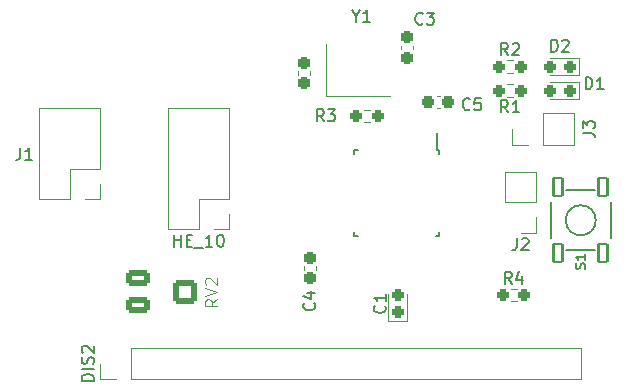
<source format=gto>
G04 #@! TF.GenerationSoftware,KiCad,Pcbnew,7.0.7*
G04 #@! TF.CreationDate,2023-10-10T15:44:46+02:00*
G04 #@! TF.ProjectId,EcranLCD_Schema_V1.2,45637261-6e4c-4434-945f-536368656d61,rev?*
G04 #@! TF.SameCoordinates,Original*
G04 #@! TF.FileFunction,Legend,Top*
G04 #@! TF.FilePolarity,Positive*
%FSLAX46Y46*%
G04 Gerber Fmt 4.6, Leading zero omitted, Abs format (unit mm)*
G04 Created by KiCad (PCBNEW 7.0.7) date 2023-10-10 15:44:46*
%MOMM*%
%LPD*%
G01*
G04 APERTURE LIST*
G04 Aperture macros list*
%AMRoundRect*
0 Rectangle with rounded corners*
0 $1 Rounding radius*
0 $2 $3 $4 $5 $6 $7 $8 $9 X,Y pos of 4 corners*
0 Add a 4 corners polygon primitive as box body*
4,1,4,$2,$3,$4,$5,$6,$7,$8,$9,$2,$3,0*
0 Add four circle primitives for the rounded corners*
1,1,$1+$1,$2,$3*
1,1,$1+$1,$4,$5*
1,1,$1+$1,$6,$7*
1,1,$1+$1,$8,$9*
0 Add four rect primitives between the rounded corners*
20,1,$1+$1,$2,$3,$4,$5,0*
20,1,$1+$1,$4,$5,$6,$7,0*
20,1,$1+$1,$6,$7,$8,$9,0*
20,1,$1+$1,$8,$9,$2,$3,0*%
G04 Aperture macros list end*
%ADD10C,0.150000*%
%ADD11C,0.100000*%
%ADD12C,0.127000*%
%ADD13C,0.120000*%
%ADD14C,0.203200*%
%ADD15RoundRect,0.237500X-0.237500X0.300000X-0.237500X-0.300000X0.237500X-0.300000X0.237500X0.300000X0*%
%ADD16RoundRect,0.237500X0.250000X0.237500X-0.250000X0.237500X-0.250000X-0.237500X0.250000X-0.237500X0*%
%ADD17R,1.700000X1.700000*%
%ADD18O,1.700000X1.700000*%
%ADD19RoundRect,0.250000X0.750000X-0.400000X0.750000X0.400000X-0.750000X0.400000X-0.750000X-0.400000X0*%
%ADD20RoundRect,0.250000X0.750000X-0.750000X0.750000X0.750000X-0.750000X0.750000X-0.750000X-0.750000X0*%
%ADD21RoundRect,0.101600X0.381000X0.762000X-0.381000X0.762000X-0.381000X-0.762000X0.381000X-0.762000X0*%
%ADD22RoundRect,0.237500X0.300000X0.237500X-0.300000X0.237500X-0.300000X-0.237500X0.300000X-0.237500X0*%
%ADD23RoundRect,0.237500X-0.250000X-0.237500X0.250000X-0.237500X0.250000X0.237500X-0.250000X0.237500X0*%
%ADD24RoundRect,0.237500X0.237500X-0.300000X0.237500X0.300000X-0.237500X0.300000X-0.237500X-0.300000X0*%
%ADD25RoundRect,0.250000X0.275000X-0.287500X0.275000X0.287500X-0.275000X0.287500X-0.275000X-0.287500X0*%
%ADD26RoundRect,0.237500X0.287500X0.237500X-0.287500X0.237500X-0.287500X-0.237500X0.287500X-0.237500X0*%
%ADD27R,0.550000X1.600000*%
%ADD28R,1.600000X0.550000*%
%ADD29R,2.100000X1.800000*%
%ADD30C,1.260000*%
G04 APERTURE END LIST*
D10*
X137189380Y-79412466D02*
X137237000Y-79460085D01*
X137237000Y-79460085D02*
X137284619Y-79602942D01*
X137284619Y-79602942D02*
X137284619Y-79698180D01*
X137284619Y-79698180D02*
X137237000Y-79841037D01*
X137237000Y-79841037D02*
X137141761Y-79936275D01*
X137141761Y-79936275D02*
X137046523Y-79983894D01*
X137046523Y-79983894D02*
X136856047Y-80031513D01*
X136856047Y-80031513D02*
X136713190Y-80031513D01*
X136713190Y-80031513D02*
X136522714Y-79983894D01*
X136522714Y-79983894D02*
X136427476Y-79936275D01*
X136427476Y-79936275D02*
X136332238Y-79841037D01*
X136332238Y-79841037D02*
X136284619Y-79698180D01*
X136284619Y-79698180D02*
X136284619Y-79602942D01*
X136284619Y-79602942D02*
X136332238Y-79460085D01*
X136332238Y-79460085D02*
X136379857Y-79412466D01*
X136617952Y-78555323D02*
X137284619Y-78555323D01*
X136237000Y-78793418D02*
X136951285Y-79031513D01*
X136951285Y-79031513D02*
X136951285Y-78412466D01*
X138009333Y-64005619D02*
X137676000Y-63529428D01*
X137437905Y-64005619D02*
X137437905Y-63005619D01*
X137437905Y-63005619D02*
X137818857Y-63005619D01*
X137818857Y-63005619D02*
X137914095Y-63053238D01*
X137914095Y-63053238D02*
X137961714Y-63100857D01*
X137961714Y-63100857D02*
X138009333Y-63196095D01*
X138009333Y-63196095D02*
X138009333Y-63338952D01*
X138009333Y-63338952D02*
X137961714Y-63434190D01*
X137961714Y-63434190D02*
X137914095Y-63481809D01*
X137914095Y-63481809D02*
X137818857Y-63529428D01*
X137818857Y-63529428D02*
X137437905Y-63529428D01*
X138342667Y-63005619D02*
X138961714Y-63005619D01*
X138961714Y-63005619D02*
X138628381Y-63386571D01*
X138628381Y-63386571D02*
X138771238Y-63386571D01*
X138771238Y-63386571D02*
X138866476Y-63434190D01*
X138866476Y-63434190D02*
X138914095Y-63481809D01*
X138914095Y-63481809D02*
X138961714Y-63577047D01*
X138961714Y-63577047D02*
X138961714Y-63815142D01*
X138961714Y-63815142D02*
X138914095Y-63910380D01*
X138914095Y-63910380D02*
X138866476Y-63958000D01*
X138866476Y-63958000D02*
X138771238Y-64005619D01*
X138771238Y-64005619D02*
X138485524Y-64005619D01*
X138485524Y-64005619D02*
X138390286Y-63958000D01*
X138390286Y-63958000D02*
X138342667Y-63910380D01*
X112315666Y-66256819D02*
X112315666Y-66971104D01*
X112315666Y-66971104D02*
X112268047Y-67113961D01*
X112268047Y-67113961D02*
X112172809Y-67209200D01*
X112172809Y-67209200D02*
X112029952Y-67256819D01*
X112029952Y-67256819D02*
X111934714Y-67256819D01*
X113315666Y-67256819D02*
X112744238Y-67256819D01*
X113029952Y-67256819D02*
X113029952Y-66256819D01*
X113029952Y-66256819D02*
X112934714Y-66399676D01*
X112934714Y-66399676D02*
X112839476Y-66494914D01*
X112839476Y-66494914D02*
X112744238Y-66542533D01*
X118520819Y-85983580D02*
X117520819Y-85983580D01*
X117520819Y-85983580D02*
X117520819Y-85745485D01*
X117520819Y-85745485D02*
X117568438Y-85602628D01*
X117568438Y-85602628D02*
X117663676Y-85507390D01*
X117663676Y-85507390D02*
X117758914Y-85459771D01*
X117758914Y-85459771D02*
X117949390Y-85412152D01*
X117949390Y-85412152D02*
X118092247Y-85412152D01*
X118092247Y-85412152D02*
X118282723Y-85459771D01*
X118282723Y-85459771D02*
X118377961Y-85507390D01*
X118377961Y-85507390D02*
X118473200Y-85602628D01*
X118473200Y-85602628D02*
X118520819Y-85745485D01*
X118520819Y-85745485D02*
X118520819Y-85983580D01*
X118520819Y-84983580D02*
X117520819Y-84983580D01*
X118473200Y-84555009D02*
X118520819Y-84412152D01*
X118520819Y-84412152D02*
X118520819Y-84174057D01*
X118520819Y-84174057D02*
X118473200Y-84078819D01*
X118473200Y-84078819D02*
X118425580Y-84031200D01*
X118425580Y-84031200D02*
X118330342Y-83983581D01*
X118330342Y-83983581D02*
X118235104Y-83983581D01*
X118235104Y-83983581D02*
X118139866Y-84031200D01*
X118139866Y-84031200D02*
X118092247Y-84078819D01*
X118092247Y-84078819D02*
X118044628Y-84174057D01*
X118044628Y-84174057D02*
X117997009Y-84364533D01*
X117997009Y-84364533D02*
X117949390Y-84459771D01*
X117949390Y-84459771D02*
X117901771Y-84507390D01*
X117901771Y-84507390D02*
X117806533Y-84555009D01*
X117806533Y-84555009D02*
X117711295Y-84555009D01*
X117711295Y-84555009D02*
X117616057Y-84507390D01*
X117616057Y-84507390D02*
X117568438Y-84459771D01*
X117568438Y-84459771D02*
X117520819Y-84364533D01*
X117520819Y-84364533D02*
X117520819Y-84126438D01*
X117520819Y-84126438D02*
X117568438Y-83983581D01*
X117616057Y-83602628D02*
X117568438Y-83555009D01*
X117568438Y-83555009D02*
X117520819Y-83459771D01*
X117520819Y-83459771D02*
X117520819Y-83221676D01*
X117520819Y-83221676D02*
X117568438Y-83126438D01*
X117568438Y-83126438D02*
X117616057Y-83078819D01*
X117616057Y-83078819D02*
X117711295Y-83031200D01*
X117711295Y-83031200D02*
X117806533Y-83031200D01*
X117806533Y-83031200D02*
X117949390Y-83078819D01*
X117949390Y-83078819D02*
X118520819Y-83650247D01*
X118520819Y-83650247D02*
X118520819Y-83031200D01*
D11*
X128981419Y-79081238D02*
X128505228Y-79414571D01*
X128981419Y-79652666D02*
X127981419Y-79652666D01*
X127981419Y-79652666D02*
X127981419Y-79271714D01*
X127981419Y-79271714D02*
X128029038Y-79176476D01*
X128029038Y-79176476D02*
X128076657Y-79128857D01*
X128076657Y-79128857D02*
X128171895Y-79081238D01*
X128171895Y-79081238D02*
X128314752Y-79081238D01*
X128314752Y-79081238D02*
X128409990Y-79128857D01*
X128409990Y-79128857D02*
X128457609Y-79176476D01*
X128457609Y-79176476D02*
X128505228Y-79271714D01*
X128505228Y-79271714D02*
X128505228Y-79652666D01*
X127981419Y-78795523D02*
X128981419Y-78462190D01*
X128981419Y-78462190D02*
X127981419Y-78128857D01*
X128076657Y-77843142D02*
X128029038Y-77795523D01*
X128029038Y-77795523D02*
X127981419Y-77700285D01*
X127981419Y-77700285D02*
X127981419Y-77462190D01*
X127981419Y-77462190D02*
X128029038Y-77366952D01*
X128029038Y-77366952D02*
X128076657Y-77319333D01*
X128076657Y-77319333D02*
X128171895Y-77271714D01*
X128171895Y-77271714D02*
X128267133Y-77271714D01*
X128267133Y-77271714D02*
X128409990Y-77319333D01*
X128409990Y-77319333D02*
X128981419Y-77890761D01*
X128981419Y-77890761D02*
X128981419Y-77271714D01*
D12*
X160091396Y-76504724D02*
X160129491Y-76390438D01*
X160129491Y-76390438D02*
X160129491Y-76199962D01*
X160129491Y-76199962D02*
X160091396Y-76123771D01*
X160091396Y-76123771D02*
X160053300Y-76085676D01*
X160053300Y-76085676D02*
X159977110Y-76047581D01*
X159977110Y-76047581D02*
X159900919Y-76047581D01*
X159900919Y-76047581D02*
X159824729Y-76085676D01*
X159824729Y-76085676D02*
X159786634Y-76123771D01*
X159786634Y-76123771D02*
X159748538Y-76199962D01*
X159748538Y-76199962D02*
X159710443Y-76352343D01*
X159710443Y-76352343D02*
X159672348Y-76428533D01*
X159672348Y-76428533D02*
X159634253Y-76466628D01*
X159634253Y-76466628D02*
X159558062Y-76504724D01*
X159558062Y-76504724D02*
X159481872Y-76504724D01*
X159481872Y-76504724D02*
X159405681Y-76466628D01*
X159405681Y-76466628D02*
X159367586Y-76428533D01*
X159367586Y-76428533D02*
X159329491Y-76352343D01*
X159329491Y-76352343D02*
X159329491Y-76161866D01*
X159329491Y-76161866D02*
X159367586Y-76047581D01*
X160129491Y-75285676D02*
X160129491Y-75742819D01*
X160129491Y-75514247D02*
X159329491Y-75514247D01*
X159329491Y-75514247D02*
X159443776Y-75590438D01*
X159443776Y-75590438D02*
X159519967Y-75666628D01*
X159519967Y-75666628D02*
X159558062Y-75742819D01*
D10*
X150378033Y-62970580D02*
X150330414Y-63018200D01*
X150330414Y-63018200D02*
X150187557Y-63065819D01*
X150187557Y-63065819D02*
X150092319Y-63065819D01*
X150092319Y-63065819D02*
X149949462Y-63018200D01*
X149949462Y-63018200D02*
X149854224Y-62922961D01*
X149854224Y-62922961D02*
X149806605Y-62827723D01*
X149806605Y-62827723D02*
X149758986Y-62637247D01*
X149758986Y-62637247D02*
X149758986Y-62494390D01*
X149758986Y-62494390D02*
X149806605Y-62303914D01*
X149806605Y-62303914D02*
X149854224Y-62208676D01*
X149854224Y-62208676D02*
X149949462Y-62113438D01*
X149949462Y-62113438D02*
X150092319Y-62065819D01*
X150092319Y-62065819D02*
X150187557Y-62065819D01*
X150187557Y-62065819D02*
X150330414Y-62113438D01*
X150330414Y-62113438D02*
X150378033Y-62161057D01*
X151282795Y-62065819D02*
X150806605Y-62065819D01*
X150806605Y-62065819D02*
X150758986Y-62542009D01*
X150758986Y-62542009D02*
X150806605Y-62494390D01*
X150806605Y-62494390D02*
X150901843Y-62446771D01*
X150901843Y-62446771D02*
X151139938Y-62446771D01*
X151139938Y-62446771D02*
X151235176Y-62494390D01*
X151235176Y-62494390D02*
X151282795Y-62542009D01*
X151282795Y-62542009D02*
X151330414Y-62637247D01*
X151330414Y-62637247D02*
X151330414Y-62875342D01*
X151330414Y-62875342D02*
X151282795Y-62970580D01*
X151282795Y-62970580D02*
X151235176Y-63018200D01*
X151235176Y-63018200D02*
X151139938Y-63065819D01*
X151139938Y-63065819D02*
X150901843Y-63065819D01*
X150901843Y-63065819D02*
X150806605Y-63018200D01*
X150806605Y-63018200D02*
X150758986Y-62970580D01*
X153907833Y-77764819D02*
X153574500Y-77288628D01*
X153336405Y-77764819D02*
X153336405Y-76764819D01*
X153336405Y-76764819D02*
X153717357Y-76764819D01*
X153717357Y-76764819D02*
X153812595Y-76812438D01*
X153812595Y-76812438D02*
X153860214Y-76860057D01*
X153860214Y-76860057D02*
X153907833Y-76955295D01*
X153907833Y-76955295D02*
X153907833Y-77098152D01*
X153907833Y-77098152D02*
X153860214Y-77193390D01*
X153860214Y-77193390D02*
X153812595Y-77241009D01*
X153812595Y-77241009D02*
X153717357Y-77288628D01*
X153717357Y-77288628D02*
X153336405Y-77288628D01*
X154764976Y-77098152D02*
X154764976Y-77764819D01*
X154526881Y-76717200D02*
X154288786Y-77431485D01*
X154288786Y-77431485D02*
X154907833Y-77431485D01*
X125340571Y-74624819D02*
X125340571Y-73624819D01*
X125340571Y-74101009D02*
X125911999Y-74101009D01*
X125911999Y-74624819D02*
X125911999Y-73624819D01*
X126388190Y-74101009D02*
X126721523Y-74101009D01*
X126864380Y-74624819D02*
X126388190Y-74624819D01*
X126388190Y-74624819D02*
X126388190Y-73624819D01*
X126388190Y-73624819D02*
X126864380Y-73624819D01*
X127054857Y-74720057D02*
X127816761Y-74720057D01*
X128578666Y-74624819D02*
X128007238Y-74624819D01*
X128292952Y-74624819D02*
X128292952Y-73624819D01*
X128292952Y-73624819D02*
X128197714Y-73767676D01*
X128197714Y-73767676D02*
X128102476Y-73862914D01*
X128102476Y-73862914D02*
X128007238Y-73910533D01*
X129197714Y-73624819D02*
X129292952Y-73624819D01*
X129292952Y-73624819D02*
X129388190Y-73672438D01*
X129388190Y-73672438D02*
X129435809Y-73720057D01*
X129435809Y-73720057D02*
X129483428Y-73815295D01*
X129483428Y-73815295D02*
X129531047Y-74005771D01*
X129531047Y-74005771D02*
X129531047Y-74243866D01*
X129531047Y-74243866D02*
X129483428Y-74434342D01*
X129483428Y-74434342D02*
X129435809Y-74529580D01*
X129435809Y-74529580D02*
X129388190Y-74577200D01*
X129388190Y-74577200D02*
X129292952Y-74624819D01*
X129292952Y-74624819D02*
X129197714Y-74624819D01*
X129197714Y-74624819D02*
X129102476Y-74577200D01*
X129102476Y-74577200D02*
X129054857Y-74529580D01*
X129054857Y-74529580D02*
X129007238Y-74434342D01*
X129007238Y-74434342D02*
X128959619Y-74243866D01*
X128959619Y-74243866D02*
X128959619Y-74005771D01*
X128959619Y-74005771D02*
X129007238Y-73815295D01*
X129007238Y-73815295D02*
X129054857Y-73720057D01*
X129054857Y-73720057D02*
X129102476Y-73672438D01*
X129102476Y-73672438D02*
X129197714Y-73624819D01*
X143151580Y-79619166D02*
X143199200Y-79666785D01*
X143199200Y-79666785D02*
X143246819Y-79809642D01*
X143246819Y-79809642D02*
X143246819Y-79904880D01*
X143246819Y-79904880D02*
X143199200Y-80047737D01*
X143199200Y-80047737D02*
X143103961Y-80142975D01*
X143103961Y-80142975D02*
X143008723Y-80190594D01*
X143008723Y-80190594D02*
X142818247Y-80238213D01*
X142818247Y-80238213D02*
X142675390Y-80238213D01*
X142675390Y-80238213D02*
X142484914Y-80190594D01*
X142484914Y-80190594D02*
X142389676Y-80142975D01*
X142389676Y-80142975D02*
X142294438Y-80047737D01*
X142294438Y-80047737D02*
X142246819Y-79904880D01*
X142246819Y-79904880D02*
X142246819Y-79809642D01*
X142246819Y-79809642D02*
X142294438Y-79666785D01*
X142294438Y-79666785D02*
X142342057Y-79619166D01*
X143246819Y-78666785D02*
X143246819Y-79238213D01*
X143246819Y-78952499D02*
X142246819Y-78952499D01*
X142246819Y-78952499D02*
X142389676Y-79047737D01*
X142389676Y-79047737D02*
X142484914Y-79142975D01*
X142484914Y-79142975D02*
X142532533Y-79238213D01*
X157249905Y-58112819D02*
X157249905Y-57112819D01*
X157249905Y-57112819D02*
X157488000Y-57112819D01*
X157488000Y-57112819D02*
X157630857Y-57160438D01*
X157630857Y-57160438D02*
X157726095Y-57255676D01*
X157726095Y-57255676D02*
X157773714Y-57350914D01*
X157773714Y-57350914D02*
X157821333Y-57541390D01*
X157821333Y-57541390D02*
X157821333Y-57684247D01*
X157821333Y-57684247D02*
X157773714Y-57874723D01*
X157773714Y-57874723D02*
X157726095Y-57969961D01*
X157726095Y-57969961D02*
X157630857Y-58065200D01*
X157630857Y-58065200D02*
X157488000Y-58112819D01*
X157488000Y-58112819D02*
X157249905Y-58112819D01*
X158202286Y-57208057D02*
X158249905Y-57160438D01*
X158249905Y-57160438D02*
X158345143Y-57112819D01*
X158345143Y-57112819D02*
X158583238Y-57112819D01*
X158583238Y-57112819D02*
X158678476Y-57160438D01*
X158678476Y-57160438D02*
X158726095Y-57208057D01*
X158726095Y-57208057D02*
X158773714Y-57303295D01*
X158773714Y-57303295D02*
X158773714Y-57398533D01*
X158773714Y-57398533D02*
X158726095Y-57541390D01*
X158726095Y-57541390D02*
X158154667Y-58112819D01*
X158154667Y-58112819D02*
X158773714Y-58112819D01*
X153608733Y-63243619D02*
X153275400Y-62767428D01*
X153037305Y-63243619D02*
X153037305Y-62243619D01*
X153037305Y-62243619D02*
X153418257Y-62243619D01*
X153418257Y-62243619D02*
X153513495Y-62291238D01*
X153513495Y-62291238D02*
X153561114Y-62338857D01*
X153561114Y-62338857D02*
X153608733Y-62434095D01*
X153608733Y-62434095D02*
X153608733Y-62576952D01*
X153608733Y-62576952D02*
X153561114Y-62672190D01*
X153561114Y-62672190D02*
X153513495Y-62719809D01*
X153513495Y-62719809D02*
X153418257Y-62767428D01*
X153418257Y-62767428D02*
X153037305Y-62767428D01*
X154561114Y-63243619D02*
X153989686Y-63243619D01*
X154275400Y-63243619D02*
X154275400Y-62243619D01*
X154275400Y-62243619D02*
X154180162Y-62386476D01*
X154180162Y-62386476D02*
X154084924Y-62481714D01*
X154084924Y-62481714D02*
X153989686Y-62529333D01*
X159932019Y-65001733D02*
X160646304Y-65001733D01*
X160646304Y-65001733D02*
X160789161Y-65049352D01*
X160789161Y-65049352D02*
X160884400Y-65144590D01*
X160884400Y-65144590D02*
X160932019Y-65287447D01*
X160932019Y-65287447D02*
X160932019Y-65382685D01*
X159932019Y-64620780D02*
X159932019Y-64001733D01*
X159932019Y-64001733D02*
X160312971Y-64335066D01*
X160312971Y-64335066D02*
X160312971Y-64192209D01*
X160312971Y-64192209D02*
X160360590Y-64096971D01*
X160360590Y-64096971D02*
X160408209Y-64049352D01*
X160408209Y-64049352D02*
X160503447Y-64001733D01*
X160503447Y-64001733D02*
X160741542Y-64001733D01*
X160741542Y-64001733D02*
X160836780Y-64049352D01*
X160836780Y-64049352D02*
X160884400Y-64096971D01*
X160884400Y-64096971D02*
X160932019Y-64192209D01*
X160932019Y-64192209D02*
X160932019Y-64477923D01*
X160932019Y-64477923D02*
X160884400Y-64573161D01*
X160884400Y-64573161D02*
X160836780Y-64620780D01*
X140747809Y-55096628D02*
X140747809Y-55572819D01*
X140414476Y-54572819D02*
X140747809Y-55096628D01*
X140747809Y-55096628D02*
X141081142Y-54572819D01*
X141938285Y-55572819D02*
X141366857Y-55572819D01*
X141652571Y-55572819D02*
X141652571Y-54572819D01*
X141652571Y-54572819D02*
X141557333Y-54715676D01*
X141557333Y-54715676D02*
X141462095Y-54810914D01*
X141462095Y-54810914D02*
X141366857Y-54858533D01*
X153606833Y-58410019D02*
X153273500Y-57933828D01*
X153035405Y-58410019D02*
X153035405Y-57410019D01*
X153035405Y-57410019D02*
X153416357Y-57410019D01*
X153416357Y-57410019D02*
X153511595Y-57457638D01*
X153511595Y-57457638D02*
X153559214Y-57505257D01*
X153559214Y-57505257D02*
X153606833Y-57600495D01*
X153606833Y-57600495D02*
X153606833Y-57743352D01*
X153606833Y-57743352D02*
X153559214Y-57838590D01*
X153559214Y-57838590D02*
X153511595Y-57886209D01*
X153511595Y-57886209D02*
X153416357Y-57933828D01*
X153416357Y-57933828D02*
X153035405Y-57933828D01*
X153987786Y-57505257D02*
X154035405Y-57457638D01*
X154035405Y-57457638D02*
X154130643Y-57410019D01*
X154130643Y-57410019D02*
X154368738Y-57410019D01*
X154368738Y-57410019D02*
X154463976Y-57457638D01*
X154463976Y-57457638D02*
X154511595Y-57505257D01*
X154511595Y-57505257D02*
X154559214Y-57600495D01*
X154559214Y-57600495D02*
X154559214Y-57695733D01*
X154559214Y-57695733D02*
X154511595Y-57838590D01*
X154511595Y-57838590D02*
X153940167Y-58410019D01*
X153940167Y-58410019D02*
X154559214Y-58410019D01*
X160170905Y-61287819D02*
X160170905Y-60287819D01*
X160170905Y-60287819D02*
X160409000Y-60287819D01*
X160409000Y-60287819D02*
X160551857Y-60335438D01*
X160551857Y-60335438D02*
X160647095Y-60430676D01*
X160647095Y-60430676D02*
X160694714Y-60525914D01*
X160694714Y-60525914D02*
X160742333Y-60716390D01*
X160742333Y-60716390D02*
X160742333Y-60859247D01*
X160742333Y-60859247D02*
X160694714Y-61049723D01*
X160694714Y-61049723D02*
X160647095Y-61144961D01*
X160647095Y-61144961D02*
X160551857Y-61240200D01*
X160551857Y-61240200D02*
X160409000Y-61287819D01*
X160409000Y-61287819D02*
X160170905Y-61287819D01*
X161694714Y-61287819D02*
X161123286Y-61287819D01*
X161409000Y-61287819D02*
X161409000Y-60287819D01*
X161409000Y-60287819D02*
X161313762Y-60430676D01*
X161313762Y-60430676D02*
X161218524Y-60525914D01*
X161218524Y-60525914D02*
X161123286Y-60573533D01*
X154352666Y-73920819D02*
X154352666Y-74635104D01*
X154352666Y-74635104D02*
X154305047Y-74777961D01*
X154305047Y-74777961D02*
X154209809Y-74873200D01*
X154209809Y-74873200D02*
X154066952Y-74920819D01*
X154066952Y-74920819D02*
X153971714Y-74920819D01*
X154781238Y-74016057D02*
X154828857Y-73968438D01*
X154828857Y-73968438D02*
X154924095Y-73920819D01*
X154924095Y-73920819D02*
X155162190Y-73920819D01*
X155162190Y-73920819D02*
X155257428Y-73968438D01*
X155257428Y-73968438D02*
X155305047Y-74016057D01*
X155305047Y-74016057D02*
X155352666Y-74111295D01*
X155352666Y-74111295D02*
X155352666Y-74206533D01*
X155352666Y-74206533D02*
X155305047Y-74349390D01*
X155305047Y-74349390D02*
X154733619Y-74920819D01*
X154733619Y-74920819D02*
X155352666Y-74920819D01*
X146391333Y-55731580D02*
X146343714Y-55779200D01*
X146343714Y-55779200D02*
X146200857Y-55826819D01*
X146200857Y-55826819D02*
X146105619Y-55826819D01*
X146105619Y-55826819D02*
X145962762Y-55779200D01*
X145962762Y-55779200D02*
X145867524Y-55683961D01*
X145867524Y-55683961D02*
X145819905Y-55588723D01*
X145819905Y-55588723D02*
X145772286Y-55398247D01*
X145772286Y-55398247D02*
X145772286Y-55255390D01*
X145772286Y-55255390D02*
X145819905Y-55064914D01*
X145819905Y-55064914D02*
X145867524Y-54969676D01*
X145867524Y-54969676D02*
X145962762Y-54874438D01*
X145962762Y-54874438D02*
X146105619Y-54826819D01*
X146105619Y-54826819D02*
X146200857Y-54826819D01*
X146200857Y-54826819D02*
X146343714Y-54874438D01*
X146343714Y-54874438D02*
X146391333Y-54922057D01*
X146724667Y-54826819D02*
X147343714Y-54826819D01*
X147343714Y-54826819D02*
X147010381Y-55207771D01*
X147010381Y-55207771D02*
X147153238Y-55207771D01*
X147153238Y-55207771D02*
X147248476Y-55255390D01*
X147248476Y-55255390D02*
X147296095Y-55303009D01*
X147296095Y-55303009D02*
X147343714Y-55398247D01*
X147343714Y-55398247D02*
X147343714Y-55636342D01*
X147343714Y-55636342D02*
X147296095Y-55731580D01*
X147296095Y-55731580D02*
X147248476Y-55779200D01*
X147248476Y-55779200D02*
X147153238Y-55826819D01*
X147153238Y-55826819D02*
X146867524Y-55826819D01*
X146867524Y-55826819D02*
X146772286Y-55779200D01*
X146772286Y-55779200D02*
X146724667Y-55731580D01*
D13*
X137339800Y-76306633D02*
X137339800Y-76599167D01*
X136319800Y-76306633D02*
X136319800Y-76599167D01*
X141937824Y-64073300D02*
X141428376Y-64073300D01*
X141937824Y-63028300D02*
X141428376Y-63028300D01*
X119090000Y-70630000D02*
X117760000Y-70630000D01*
X119090000Y-69300000D02*
X119090000Y-70630000D01*
X119090000Y-68030000D02*
X119090000Y-62890000D01*
X119090000Y-68030000D02*
X116490000Y-68030000D01*
X119090000Y-62890000D02*
X113890000Y-62890000D01*
X116490000Y-70630000D02*
X113890000Y-70630000D01*
X116490000Y-68030000D02*
X116490000Y-70630000D01*
X113890000Y-70630000D02*
X113890000Y-62890000D01*
X119066000Y-85861200D02*
X119066000Y-84531200D01*
X120396000Y-85861200D02*
X119066000Y-85861200D01*
X121666000Y-85861200D02*
X159826000Y-85861200D01*
X121666000Y-85861200D02*
X121666000Y-83201200D01*
X159826000Y-85861200D02*
X159826000Y-83201200D01*
X121666000Y-83201200D02*
X159826000Y-83201200D01*
D14*
X161005520Y-74930000D02*
X158496000Y-74930000D01*
X157226000Y-73929240D02*
X157226000Y-70850760D01*
X162306000Y-70850760D02*
X162306000Y-73929240D01*
X158526480Y-69850000D02*
X161005520Y-69850000D01*
X161036000Y-72390000D02*
G75*
G03*
X161036000Y-72390000I-1270000J0D01*
G01*
D13*
X147847267Y-62867000D02*
X147554733Y-62867000D01*
X147847267Y-61847000D02*
X147554733Y-61847000D01*
X153819776Y-78217500D02*
X154329224Y-78217500D01*
X153819776Y-79262500D02*
X154329224Y-79262500D01*
X130012000Y-73170000D02*
X128682000Y-73170000D01*
X130012000Y-71840000D02*
X130012000Y-73170000D01*
X130012000Y-70570000D02*
X130012000Y-62890000D01*
X130012000Y-70570000D02*
X127412000Y-70570000D01*
X130012000Y-62890000D02*
X124812000Y-62890000D01*
X127412000Y-73170000D02*
X124812000Y-73170000D01*
X127412000Y-70570000D02*
X127412000Y-73170000D01*
X124812000Y-73170000D02*
X124812000Y-62890000D01*
X135837200Y-60089167D02*
X135837200Y-59796633D01*
X136857200Y-60089167D02*
X136857200Y-59796633D01*
X143487000Y-80962500D02*
X145057000Y-80962500D01*
X145057000Y-80962500D02*
X145057000Y-78652500D01*
X143487000Y-78652500D02*
X143487000Y-80962500D01*
X159659400Y-60120200D02*
X159659400Y-58650200D01*
X159659400Y-58650200D02*
X157199400Y-58650200D01*
X157199400Y-60120200D02*
X159659400Y-60120200D01*
D10*
X147801000Y-66437000D02*
X147576000Y-66437000D01*
X147801000Y-66437000D02*
X147801000Y-66762000D01*
X147576000Y-66437000D02*
X147576000Y-65012000D01*
X140551000Y-66437000D02*
X140876000Y-66437000D01*
X140551000Y-66437000D02*
X140551000Y-66762000D01*
X147801000Y-73687000D02*
X147801000Y-73362000D01*
X147801000Y-73687000D02*
X147476000Y-73687000D01*
X140551000Y-73687000D02*
X140551000Y-73362000D01*
X140551000Y-73687000D02*
X140876000Y-73687000D01*
D13*
X153518776Y-60894700D02*
X154028224Y-60894700D01*
X153518776Y-61939700D02*
X154028224Y-61939700D01*
X153965600Y-65998400D02*
X153965600Y-64668400D01*
X155295600Y-65998400D02*
X153965600Y-65998400D01*
X156565600Y-65998400D02*
X159165600Y-65998400D01*
X156565600Y-65998400D02*
X156565600Y-63338400D01*
X159165600Y-65998400D02*
X159165600Y-63338400D01*
X156565600Y-63338400D02*
X159165600Y-63338400D01*
X138191600Y-57507600D02*
X138191600Y-61907600D01*
X138191600Y-61907600D02*
X143591600Y-61907600D01*
X153518776Y-58862700D02*
X154028224Y-58862700D01*
X153518776Y-59907700D02*
X154028224Y-59907700D01*
X159659400Y-62152200D02*
X159659400Y-60682200D01*
X159659400Y-60682200D02*
X157199400Y-60682200D01*
X157199400Y-62152200D02*
X159659400Y-62152200D01*
X156016000Y-73466000D02*
X154686000Y-73466000D01*
X156016000Y-72136000D02*
X156016000Y-73466000D01*
X156016000Y-70866000D02*
X156016000Y-68266000D01*
X156016000Y-70866000D02*
X153356000Y-70866000D01*
X156016000Y-68266000D02*
X153356000Y-68266000D01*
X153356000Y-70866000D02*
X153356000Y-68266000D01*
X144524000Y-57904767D02*
X144524000Y-57612233D01*
X145544000Y-57904767D02*
X145544000Y-57612233D01*
%LPC*%
D15*
X136829800Y-75590400D03*
X136829800Y-77315400D03*
D16*
X142595600Y-63550800D03*
X140770600Y-63550800D03*
D17*
X117760000Y-69300000D03*
D18*
X115220000Y-69300000D03*
X117760000Y-66760000D03*
X115220000Y-66760000D03*
X117760000Y-64220000D03*
X115220000Y-64220000D03*
D17*
X120396000Y-84531200D03*
D18*
X122936000Y-84531200D03*
X125476000Y-84531200D03*
X128016000Y-84531200D03*
X130556000Y-84531200D03*
X133096000Y-84531200D03*
X135636000Y-84531200D03*
X138176000Y-84531200D03*
X140716000Y-84531200D03*
X143256000Y-84531200D03*
X145796000Y-84531200D03*
X148336000Y-84531200D03*
X150876000Y-84531200D03*
X153416000Y-84531200D03*
X155956000Y-84531200D03*
X158496000Y-84531200D03*
D19*
X122238000Y-79594000D03*
D20*
X126238000Y-78444000D03*
D19*
X122238000Y-77294000D03*
D21*
X157861000Y-75184000D03*
X157861000Y-69596000D03*
X161671000Y-75184000D03*
X161671000Y-69596000D03*
D22*
X148563500Y-62357000D03*
X146838500Y-62357000D03*
D23*
X153162000Y-78740000D03*
X154987000Y-78740000D03*
D17*
X128682000Y-71840000D03*
D18*
X126142000Y-71840000D03*
X128682000Y-69300000D03*
X126142000Y-69300000D03*
X128682000Y-66760000D03*
X126142000Y-66760000D03*
X128682000Y-64220000D03*
X126142000Y-64220000D03*
D24*
X136347200Y-60805400D03*
X136347200Y-59080400D03*
D25*
X144272000Y-80165000D03*
X144272000Y-78740000D03*
D26*
X158874400Y-59385200D03*
X157124400Y-59385200D03*
D27*
X146976000Y-65812000D03*
X146176000Y-65812000D03*
X145376000Y-65812000D03*
X144576000Y-65812000D03*
X143776000Y-65812000D03*
X142976000Y-65812000D03*
X142176000Y-65812000D03*
X141376000Y-65812000D03*
D28*
X139926000Y-67262000D03*
X139926000Y-68062000D03*
X139926000Y-68862000D03*
X139926000Y-69662000D03*
X139926000Y-70462000D03*
X139926000Y-71262000D03*
X139926000Y-72062000D03*
X139926000Y-72862000D03*
D27*
X141376000Y-74312000D03*
X142176000Y-74312000D03*
X142976000Y-74312000D03*
X143776000Y-74312000D03*
X144576000Y-74312000D03*
X145376000Y-74312000D03*
X146176000Y-74312000D03*
X146976000Y-74312000D03*
D28*
X148426000Y-72862000D03*
X148426000Y-72062000D03*
X148426000Y-71262000D03*
X148426000Y-70462000D03*
X148426000Y-69662000D03*
X148426000Y-68862000D03*
X148426000Y-68062000D03*
X148426000Y-67262000D03*
D23*
X152861000Y-61417200D03*
X154686000Y-61417200D03*
D17*
X155295600Y-64668400D03*
D18*
X157835600Y-64668400D03*
D29*
X139441600Y-60807600D03*
X142341600Y-60807600D03*
X142341600Y-58607600D03*
X139441600Y-58607600D03*
D23*
X152861000Y-59385200D03*
X154686000Y-59385200D03*
D26*
X158874400Y-61417200D03*
X157124400Y-61417200D03*
D17*
X154686000Y-72136000D03*
D18*
X154686000Y-69596000D03*
D24*
X145034000Y-58621000D03*
X145034000Y-56896000D03*
D30*
X121793000Y-80899000D03*
X124333000Y-78359000D03*
X121793000Y-75819000D03*
%LPD*%
M02*

</source>
